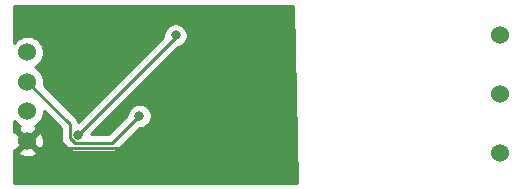
<source format=gbr>
%TF.GenerationSoftware,KiCad,Pcbnew,(5.1.10)-1*%
%TF.CreationDate,2021-09-03T08:50:30-07:00*%
%TF.ProjectId,Max 485 transmitter,4d617820-3438-4352-9074-72616e736d69,rev?*%
%TF.SameCoordinates,Original*%
%TF.FileFunction,Copper,L2,Bot*%
%TF.FilePolarity,Positive*%
%FSLAX46Y46*%
G04 Gerber Fmt 4.6, Leading zero omitted, Abs format (unit mm)*
G04 Created by KiCad (PCBNEW (5.1.10)-1) date 2021-09-03 08:50:30*
%MOMM*%
%LPD*%
G01*
G04 APERTURE LIST*
%TA.AperFunction,ComponentPad*%
%ADD10C,1.524000*%
%TD*%
%TA.AperFunction,ViaPad*%
%ADD11C,0.800000*%
%TD*%
%TA.AperFunction,Conductor*%
%ADD12C,0.250000*%
%TD*%
%TA.AperFunction,Conductor*%
%ADD13C,0.254000*%
%TD*%
%TA.AperFunction,Conductor*%
%ADD14C,0.100000*%
%TD*%
G04 APERTURE END LIST*
D10*
%TO.P,Converter101,4*%
%TO.N,3v3*%
X104673000Y-51769000D03*
%TO.P,Converter101,3*%
%TO.N,TX*%
X104673000Y-54269000D03*
%TO.P,Converter101,2*%
%TO.N,RX*%
X104673000Y-56769000D03*
%TO.P,Converter101,1*%
%TO.N,GND*%
X104673000Y-59269000D03*
%TO.P,Converter101,7*%
%TO.N,A*%
X144673000Y-50269000D03*
%TO.P,Converter101,6*%
%TO.N,B*%
X144673000Y-55269000D03*
%TO.P,Converter101,5*%
%TO.N,Comm*%
X144673000Y-60269000D03*
%TD*%
D11*
%TO.N,GND*%
X120261000Y-53340000D03*
X117559050Y-62526950D03*
X112354800Y-62143200D03*
X125255000Y-60927000D03*
%TO.N,TX*%
X114161600Y-57150000D03*
%TO.N,Net-(IC101-Pad6)*%
X117220000Y-50347700D03*
X108983000Y-58734000D03*
%TD*%
D12*
%TO.N,GND*%
X104673000Y-59269000D02*
X105313600Y-59909600D01*
X105313600Y-59909600D02*
X113691400Y-59909600D01*
X113691400Y-59909600D02*
X120261000Y-53340000D01*
%TO.N,TX*%
X104673000Y-54269000D02*
X108257700Y-57853700D01*
X108257700Y-57853700D02*
X108257700Y-59034400D01*
X108257700Y-59034400D02*
X108682600Y-59459300D01*
X108682600Y-59459300D02*
X111852300Y-59459300D01*
X111852300Y-59459300D02*
X114161600Y-57150000D01*
%TO.N,Net-(IC101-Pad6)*%
X108983000Y-58734000D02*
X117220000Y-50497000D01*
X117220000Y-50497000D02*
X117220000Y-50347700D01*
%TD*%
D13*
%TO.N,GND*%
X127504161Y-62840000D02*
X103530000Y-62840000D01*
X103530000Y-60234565D01*
X103887040Y-60234565D01*
X103954020Y-60474656D01*
X104203048Y-60591756D01*
X104470135Y-60658023D01*
X104745017Y-60670910D01*
X105017133Y-60629922D01*
X105276023Y-60536636D01*
X105391980Y-60474656D01*
X105458960Y-60234565D01*
X104673000Y-59448605D01*
X103887040Y-60234565D01*
X103530000Y-60234565D01*
X103530000Y-60005460D01*
X103707435Y-60054960D01*
X104493395Y-59269000D01*
X104852605Y-59269000D01*
X105638565Y-60054960D01*
X105878656Y-59987980D01*
X105995756Y-59738952D01*
X106062023Y-59471865D01*
X106074910Y-59196983D01*
X106033922Y-58924867D01*
X105940636Y-58665977D01*
X105878656Y-58550020D01*
X105638565Y-58483040D01*
X104852605Y-59269000D01*
X104493395Y-59269000D01*
X103707435Y-58483040D01*
X103530000Y-58532540D01*
X103530000Y-57572912D01*
X103587880Y-57659535D01*
X103782465Y-57854120D01*
X104011273Y-58007005D01*
X104038401Y-58018242D01*
X103954020Y-58063344D01*
X103887040Y-58303435D01*
X104673000Y-59089395D01*
X105458960Y-58303435D01*
X105391980Y-58063344D01*
X105301467Y-58020782D01*
X105334727Y-58007005D01*
X105563535Y-57854120D01*
X105758120Y-57659535D01*
X105911005Y-57430727D01*
X106016314Y-57176490D01*
X106070000Y-56906592D01*
X106070000Y-56740802D01*
X107497700Y-58168502D01*
X107497701Y-58997068D01*
X107494024Y-59034400D01*
X107497701Y-59071733D01*
X107507090Y-59167054D01*
X107508698Y-59183385D01*
X107552154Y-59326646D01*
X107622726Y-59458676D01*
X107654733Y-59497676D01*
X107717700Y-59574401D01*
X107746698Y-59598199D01*
X108118796Y-59970297D01*
X108142599Y-59999301D01*
X108258324Y-60094274D01*
X108390353Y-60164846D01*
X108533614Y-60208303D01*
X108645267Y-60219300D01*
X108645276Y-60219300D01*
X108682599Y-60222976D01*
X108719922Y-60219300D01*
X111814978Y-60219300D01*
X111852300Y-60222976D01*
X111889622Y-60219300D01*
X111889633Y-60219300D01*
X112001286Y-60208303D01*
X112144547Y-60164846D01*
X112276576Y-60094274D01*
X112392301Y-59999301D01*
X112416104Y-59970298D01*
X114201403Y-58185000D01*
X114263539Y-58185000D01*
X114463498Y-58145226D01*
X114651856Y-58067205D01*
X114821374Y-57953937D01*
X114965537Y-57809774D01*
X115078805Y-57640256D01*
X115156826Y-57451898D01*
X115196600Y-57251939D01*
X115196600Y-57048061D01*
X115156826Y-56848102D01*
X115078805Y-56659744D01*
X114965537Y-56490226D01*
X114821374Y-56346063D01*
X114651856Y-56232795D01*
X114463498Y-56154774D01*
X114263539Y-56115000D01*
X114059661Y-56115000D01*
X113859702Y-56154774D01*
X113671344Y-56232795D01*
X113501826Y-56346063D01*
X113357663Y-56490226D01*
X113244395Y-56659744D01*
X113166374Y-56848102D01*
X113126600Y-57048061D01*
X113126600Y-57110197D01*
X111537499Y-58699300D01*
X110092501Y-58699300D01*
X117430745Y-51361057D01*
X117521898Y-51342926D01*
X117710256Y-51264905D01*
X117879774Y-51151637D01*
X118023937Y-51007474D01*
X118137205Y-50837956D01*
X118215226Y-50649598D01*
X118255000Y-50449639D01*
X118255000Y-50245761D01*
X118215226Y-50045802D01*
X118137205Y-49857444D01*
X118023937Y-49687926D01*
X117879774Y-49543763D01*
X117710256Y-49430495D01*
X117521898Y-49352474D01*
X117321939Y-49312700D01*
X117118061Y-49312700D01*
X116918102Y-49352474D01*
X116729744Y-49430495D01*
X116560226Y-49543763D01*
X116416063Y-49687926D01*
X116302795Y-49857444D01*
X116224774Y-50045802D01*
X116185000Y-50245761D01*
X116185000Y-50449639D01*
X116186254Y-50455944D01*
X108990593Y-57651606D01*
X108963246Y-57561453D01*
X108892674Y-57429424D01*
X108797701Y-57313699D01*
X108768704Y-57289902D01*
X106039372Y-54560571D01*
X106070000Y-54406592D01*
X106070000Y-54131408D01*
X106016314Y-53861510D01*
X105911005Y-53607273D01*
X105758120Y-53378465D01*
X105563535Y-53183880D01*
X105334727Y-53030995D01*
X105305769Y-53019000D01*
X105334727Y-53007005D01*
X105563535Y-52854120D01*
X105758120Y-52659535D01*
X105911005Y-52430727D01*
X106016314Y-52176490D01*
X106070000Y-51906592D01*
X106070000Y-51631408D01*
X106016314Y-51361510D01*
X105911005Y-51107273D01*
X105758120Y-50878465D01*
X105563535Y-50683880D01*
X105334727Y-50530995D01*
X105080490Y-50425686D01*
X104810592Y-50372000D01*
X104535408Y-50372000D01*
X104265510Y-50425686D01*
X104011273Y-50530995D01*
X103782465Y-50683880D01*
X103587880Y-50878465D01*
X103530000Y-50965088D01*
X103530000Y-47879000D01*
X127130136Y-47879000D01*
X127504161Y-62840000D01*
%TA.AperFunction,Conductor*%
D14*
G36*
X127504161Y-62840000D02*
G01*
X103530000Y-62840000D01*
X103530000Y-60234565D01*
X103887040Y-60234565D01*
X103954020Y-60474656D01*
X104203048Y-60591756D01*
X104470135Y-60658023D01*
X104745017Y-60670910D01*
X105017133Y-60629922D01*
X105276023Y-60536636D01*
X105391980Y-60474656D01*
X105458960Y-60234565D01*
X104673000Y-59448605D01*
X103887040Y-60234565D01*
X103530000Y-60234565D01*
X103530000Y-60005460D01*
X103707435Y-60054960D01*
X104493395Y-59269000D01*
X104852605Y-59269000D01*
X105638565Y-60054960D01*
X105878656Y-59987980D01*
X105995756Y-59738952D01*
X106062023Y-59471865D01*
X106074910Y-59196983D01*
X106033922Y-58924867D01*
X105940636Y-58665977D01*
X105878656Y-58550020D01*
X105638565Y-58483040D01*
X104852605Y-59269000D01*
X104493395Y-59269000D01*
X103707435Y-58483040D01*
X103530000Y-58532540D01*
X103530000Y-57572912D01*
X103587880Y-57659535D01*
X103782465Y-57854120D01*
X104011273Y-58007005D01*
X104038401Y-58018242D01*
X103954020Y-58063344D01*
X103887040Y-58303435D01*
X104673000Y-59089395D01*
X105458960Y-58303435D01*
X105391980Y-58063344D01*
X105301467Y-58020782D01*
X105334727Y-58007005D01*
X105563535Y-57854120D01*
X105758120Y-57659535D01*
X105911005Y-57430727D01*
X106016314Y-57176490D01*
X106070000Y-56906592D01*
X106070000Y-56740802D01*
X107497700Y-58168502D01*
X107497701Y-58997068D01*
X107494024Y-59034400D01*
X107497701Y-59071733D01*
X107507090Y-59167054D01*
X107508698Y-59183385D01*
X107552154Y-59326646D01*
X107622726Y-59458676D01*
X107654733Y-59497676D01*
X107717700Y-59574401D01*
X107746698Y-59598199D01*
X108118796Y-59970297D01*
X108142599Y-59999301D01*
X108258324Y-60094274D01*
X108390353Y-60164846D01*
X108533614Y-60208303D01*
X108645267Y-60219300D01*
X108645276Y-60219300D01*
X108682599Y-60222976D01*
X108719922Y-60219300D01*
X111814978Y-60219300D01*
X111852300Y-60222976D01*
X111889622Y-60219300D01*
X111889633Y-60219300D01*
X112001286Y-60208303D01*
X112144547Y-60164846D01*
X112276576Y-60094274D01*
X112392301Y-59999301D01*
X112416104Y-59970298D01*
X114201403Y-58185000D01*
X114263539Y-58185000D01*
X114463498Y-58145226D01*
X114651856Y-58067205D01*
X114821374Y-57953937D01*
X114965537Y-57809774D01*
X115078805Y-57640256D01*
X115156826Y-57451898D01*
X115196600Y-57251939D01*
X115196600Y-57048061D01*
X115156826Y-56848102D01*
X115078805Y-56659744D01*
X114965537Y-56490226D01*
X114821374Y-56346063D01*
X114651856Y-56232795D01*
X114463498Y-56154774D01*
X114263539Y-56115000D01*
X114059661Y-56115000D01*
X113859702Y-56154774D01*
X113671344Y-56232795D01*
X113501826Y-56346063D01*
X113357663Y-56490226D01*
X113244395Y-56659744D01*
X113166374Y-56848102D01*
X113126600Y-57048061D01*
X113126600Y-57110197D01*
X111537499Y-58699300D01*
X110092501Y-58699300D01*
X117430745Y-51361057D01*
X117521898Y-51342926D01*
X117710256Y-51264905D01*
X117879774Y-51151637D01*
X118023937Y-51007474D01*
X118137205Y-50837956D01*
X118215226Y-50649598D01*
X118255000Y-50449639D01*
X118255000Y-50245761D01*
X118215226Y-50045802D01*
X118137205Y-49857444D01*
X118023937Y-49687926D01*
X117879774Y-49543763D01*
X117710256Y-49430495D01*
X117521898Y-49352474D01*
X117321939Y-49312700D01*
X117118061Y-49312700D01*
X116918102Y-49352474D01*
X116729744Y-49430495D01*
X116560226Y-49543763D01*
X116416063Y-49687926D01*
X116302795Y-49857444D01*
X116224774Y-50045802D01*
X116185000Y-50245761D01*
X116185000Y-50449639D01*
X116186254Y-50455944D01*
X108990593Y-57651606D01*
X108963246Y-57561453D01*
X108892674Y-57429424D01*
X108797701Y-57313699D01*
X108768704Y-57289902D01*
X106039372Y-54560571D01*
X106070000Y-54406592D01*
X106070000Y-54131408D01*
X106016314Y-53861510D01*
X105911005Y-53607273D01*
X105758120Y-53378465D01*
X105563535Y-53183880D01*
X105334727Y-53030995D01*
X105305769Y-53019000D01*
X105334727Y-53007005D01*
X105563535Y-52854120D01*
X105758120Y-52659535D01*
X105911005Y-52430727D01*
X106016314Y-52176490D01*
X106070000Y-51906592D01*
X106070000Y-51631408D01*
X106016314Y-51361510D01*
X105911005Y-51107273D01*
X105758120Y-50878465D01*
X105563535Y-50683880D01*
X105334727Y-50530995D01*
X105080490Y-50425686D01*
X104810592Y-50372000D01*
X104535408Y-50372000D01*
X104265510Y-50425686D01*
X104011273Y-50530995D01*
X103782465Y-50683880D01*
X103587880Y-50878465D01*
X103530000Y-50965088D01*
X103530000Y-47879000D01*
X127130136Y-47879000D01*
X127504161Y-62840000D01*
G37*
%TD.AperFunction*%
%TD*%
M02*

</source>
